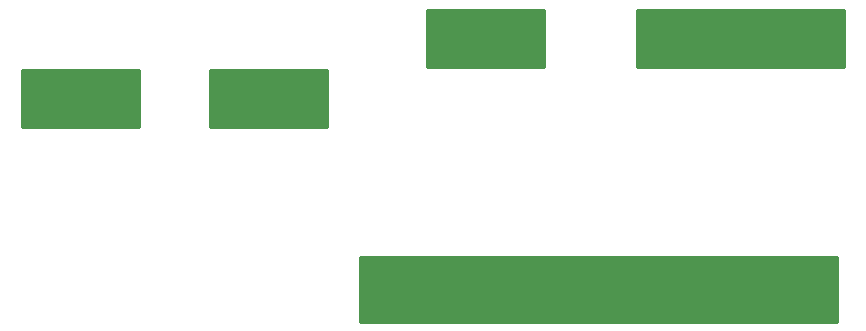
<source format=gbo>
G04 (created by PCBNEW (22-Jun-2014 BZR 4027)-stable) date Thu 21 Jun 2018 01:15:43 AM CDT*
%MOIN*%
G04 Gerber Fmt 3.4, Leading zero omitted, Abs format*
%FSLAX34Y34*%
G01*
G70*
G90*
G04 APERTURE LIST*
%ADD10C,0.00393701*%
%ADD11C,0.01*%
G04 APERTURE END LIST*
G54D10*
G36*
X80200Y-64200D02*
X76300Y-64200D01*
X76300Y-62300D01*
X80200Y-62300D01*
X80200Y-64200D01*
X80200Y-64200D01*
G37*
G54D11*
X80200Y-64200D02*
X76300Y-64200D01*
X76300Y-62300D01*
X80200Y-62300D01*
X80200Y-64200D01*
G54D10*
G36*
X86450Y-64200D02*
X82550Y-64200D01*
X82550Y-62300D01*
X86450Y-62300D01*
X86450Y-64200D01*
X86450Y-64200D01*
G37*
G54D11*
X86450Y-64200D02*
X82550Y-64200D01*
X82550Y-62300D01*
X86450Y-62300D01*
X86450Y-64200D01*
G54D10*
G36*
X93700Y-62200D02*
X89800Y-62200D01*
X89800Y-60300D01*
X93700Y-60300D01*
X93700Y-62200D01*
X93700Y-62200D01*
G37*
G54D11*
X93700Y-62200D02*
X89800Y-62200D01*
X89800Y-60300D01*
X93700Y-60300D01*
X93700Y-62200D01*
G54D10*
G36*
X103700Y-62200D02*
X96800Y-62200D01*
X96800Y-60300D01*
X103700Y-60300D01*
X103700Y-62200D01*
X103700Y-62200D01*
G37*
G54D11*
X103700Y-62200D02*
X96800Y-62200D01*
X96800Y-60300D01*
X103700Y-60300D01*
X103700Y-62200D01*
G54D10*
G36*
X103450Y-70700D02*
X87550Y-70700D01*
X87550Y-68550D01*
X103450Y-68550D01*
X103450Y-70700D01*
X103450Y-70700D01*
G37*
G54D11*
X103450Y-70700D02*
X87550Y-70700D01*
X87550Y-68550D01*
X103450Y-68550D01*
X103450Y-70700D01*
M02*

</source>
